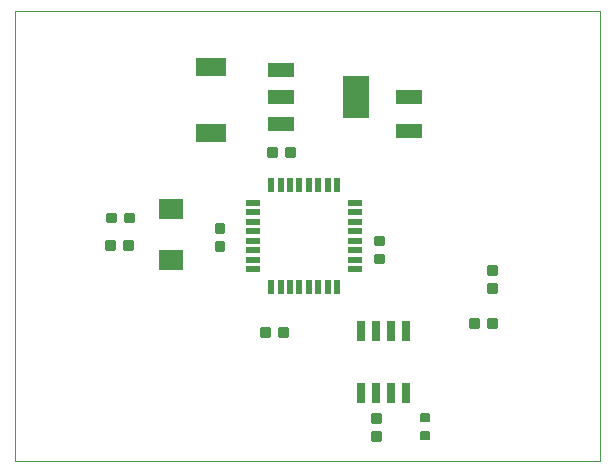
<source format=gtp>
G75*
%MOIN*%
%OFA0B0*%
%FSLAX24Y24*%
%IPPOS*%
%LPD*%
%AMOC8*
5,1,8,0,0,1.08239X$1,22.5*
%
%ADD10C,0.0000*%
%ADD11R,0.0220X0.0500*%
%ADD12R,0.0500X0.0220*%
%ADD13C,0.0088*%
%ADD14R,0.0800X0.0700*%
%ADD15R,0.0250X0.0650*%
%ADD16C,0.0075*%
%ADD17R,0.1000X0.0600*%
%ADD18R,0.0900X0.0450*%
%ADD19R,0.0900X0.0500*%
%ADD20R,0.0850X0.1400*%
D10*
X000180Y002280D02*
X000180Y017280D01*
X019680Y017280D01*
X019680Y002280D01*
X000180Y002280D01*
D11*
X008728Y008080D03*
X009043Y008080D03*
X009358Y008080D03*
X009673Y008080D03*
X009987Y008080D03*
X010302Y008080D03*
X010617Y008080D03*
X010932Y008080D03*
X010932Y011460D03*
X010617Y011460D03*
X010302Y011460D03*
X009987Y011460D03*
X009673Y011460D03*
X009358Y011460D03*
X009043Y011460D03*
X008728Y011460D03*
D12*
X008140Y010872D03*
X008140Y010557D03*
X008140Y010242D03*
X008140Y009927D03*
X008140Y009612D03*
X008140Y009297D03*
X008140Y008983D03*
X008140Y008668D03*
X011520Y008668D03*
X011520Y008983D03*
X011520Y009297D03*
X011520Y009612D03*
X011520Y009927D03*
X011520Y010242D03*
X011520Y010557D03*
X011520Y010872D03*
D13*
X012189Y009751D02*
X012189Y009489D01*
X012189Y009751D02*
X012451Y009751D01*
X012451Y009489D01*
X012189Y009489D01*
X012189Y009576D02*
X012451Y009576D01*
X012451Y009663D02*
X012189Y009663D01*
X012189Y009750D02*
X012451Y009750D01*
X012189Y009151D02*
X012189Y008889D01*
X012189Y009151D02*
X012451Y009151D01*
X012451Y008889D01*
X012189Y008889D01*
X012189Y008976D02*
X012451Y008976D01*
X012451Y009063D02*
X012189Y009063D01*
X012189Y009150D02*
X012451Y009150D01*
X015369Y007001D02*
X015631Y007001D01*
X015631Y006739D01*
X015369Y006739D01*
X015369Y007001D01*
X015369Y006826D02*
X015631Y006826D01*
X015631Y006913D02*
X015369Y006913D01*
X015369Y007000D02*
X015631Y007000D01*
X015969Y007001D02*
X016231Y007001D01*
X016231Y006739D01*
X015969Y006739D01*
X015969Y007001D01*
X015969Y006826D02*
X016231Y006826D01*
X016231Y006913D02*
X015969Y006913D01*
X015969Y007000D02*
X016231Y007000D01*
X015969Y007899D02*
X015969Y008161D01*
X016231Y008161D01*
X016231Y007899D01*
X015969Y007899D01*
X015969Y007986D02*
X016231Y007986D01*
X016231Y008073D02*
X015969Y008073D01*
X015969Y008160D02*
X016231Y008160D01*
X015969Y008499D02*
X015969Y008761D01*
X016231Y008761D01*
X016231Y008499D01*
X015969Y008499D01*
X015969Y008586D02*
X016231Y008586D01*
X016231Y008673D02*
X015969Y008673D01*
X015969Y008760D02*
X016231Y008760D01*
X012361Y003841D02*
X012361Y003579D01*
X012099Y003579D01*
X012099Y003841D01*
X012361Y003841D01*
X012361Y003666D02*
X012099Y003666D01*
X012099Y003753D02*
X012361Y003753D01*
X012361Y003840D02*
X012099Y003840D01*
X012361Y003241D02*
X012361Y002979D01*
X012099Y002979D01*
X012099Y003241D01*
X012361Y003241D01*
X012361Y003066D02*
X012099Y003066D01*
X012099Y003153D02*
X012361Y003153D01*
X012361Y003240D02*
X012099Y003240D01*
X009261Y006429D02*
X008999Y006429D01*
X008999Y006691D01*
X009261Y006691D01*
X009261Y006429D01*
X009261Y006516D02*
X008999Y006516D01*
X008999Y006603D02*
X009261Y006603D01*
X009261Y006690D02*
X008999Y006690D01*
X008661Y006429D02*
X008399Y006429D01*
X008399Y006691D01*
X008661Y006691D01*
X008661Y006429D01*
X008661Y006516D02*
X008399Y006516D01*
X008399Y006603D02*
X008661Y006603D01*
X008661Y006690D02*
X008399Y006690D01*
X007141Y009319D02*
X007141Y009581D01*
X007141Y009319D02*
X006879Y009319D01*
X006879Y009581D01*
X007141Y009581D01*
X007141Y009406D02*
X006879Y009406D01*
X006879Y009493D02*
X007141Y009493D01*
X007141Y009580D02*
X006879Y009580D01*
X007141Y009919D02*
X007141Y010181D01*
X007141Y009919D02*
X006879Y009919D01*
X006879Y010181D01*
X007141Y010181D01*
X007141Y010006D02*
X006879Y010006D01*
X006879Y010093D02*
X007141Y010093D01*
X007141Y010180D02*
X006879Y010180D01*
X008619Y012439D02*
X008881Y012439D01*
X008619Y012439D02*
X008619Y012701D01*
X008881Y012701D01*
X008881Y012439D01*
X008881Y012526D02*
X008619Y012526D01*
X008619Y012613D02*
X008881Y012613D01*
X008881Y012700D02*
X008619Y012700D01*
X009219Y012439D02*
X009481Y012439D01*
X009219Y012439D02*
X009219Y012701D01*
X009481Y012701D01*
X009481Y012439D01*
X009481Y012526D02*
X009219Y012526D01*
X009219Y012613D02*
X009481Y012613D01*
X009481Y012700D02*
X009219Y012700D01*
X004111Y010259D02*
X003849Y010259D01*
X003849Y010521D01*
X004111Y010521D01*
X004111Y010259D01*
X004111Y010346D02*
X003849Y010346D01*
X003849Y010433D02*
X004111Y010433D01*
X004111Y010520D02*
X003849Y010520D01*
X003511Y010259D02*
X003249Y010259D01*
X003249Y010521D01*
X003511Y010521D01*
X003511Y010259D01*
X003511Y010346D02*
X003249Y010346D01*
X003249Y010433D02*
X003511Y010433D01*
X003511Y010520D02*
X003249Y010520D01*
X003239Y009339D02*
X003501Y009339D01*
X003239Y009339D02*
X003239Y009601D01*
X003501Y009601D01*
X003501Y009339D01*
X003501Y009426D02*
X003239Y009426D01*
X003239Y009513D02*
X003501Y009513D01*
X003501Y009600D02*
X003239Y009600D01*
X003839Y009339D02*
X004101Y009339D01*
X003839Y009339D02*
X003839Y009601D01*
X004101Y009601D01*
X004101Y009339D01*
X004101Y009426D02*
X003839Y009426D01*
X003839Y009513D02*
X004101Y009513D01*
X004101Y009600D02*
X003839Y009600D01*
D14*
X005380Y008980D03*
X005380Y010680D03*
D15*
X011710Y006610D03*
X012210Y006610D03*
X012710Y006610D03*
X013210Y006610D03*
X013210Y004550D03*
X012710Y004550D03*
X012210Y004550D03*
X011710Y004550D03*
D16*
X014008Y003823D02*
X014008Y003597D01*
X013732Y003597D01*
X013732Y003823D01*
X014008Y003823D01*
X014008Y003671D02*
X013732Y003671D01*
X013732Y003745D02*
X014008Y003745D01*
X014008Y003819D02*
X013732Y003819D01*
X014008Y003223D02*
X014008Y002997D01*
X013732Y002997D01*
X013732Y003223D01*
X014008Y003223D01*
X014008Y003071D02*
X013732Y003071D01*
X013732Y003145D02*
X014008Y003145D01*
X014008Y003219D02*
X013732Y003219D01*
D17*
X006710Y013190D03*
X006710Y015390D03*
D18*
X013330Y014415D03*
X013330Y013265D03*
D19*
X009050Y013500D03*
X009050Y014400D03*
X009050Y015300D03*
D20*
X011550Y014400D03*
M02*

</source>
